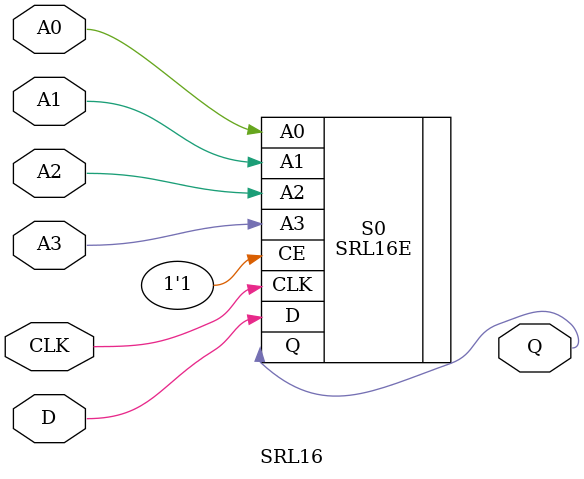
<source format=v>

`timescale  1 ps / 1 ps


module SRL16 (Q, A0, A1, A2, A3, CLK, D);

    parameter [15:0] INIT = 16'h0000;

    output Q;

    input  A0, A1, A2, A3, CLK, D;


    SRL16E #(.INIT(INIT)) S0 (.Q(Q), .A0(A0), .A1(A1), .A2(A2), .A3(A3), .CE(1'b1), .CLK(CLK), .D(D));

endmodule



</source>
